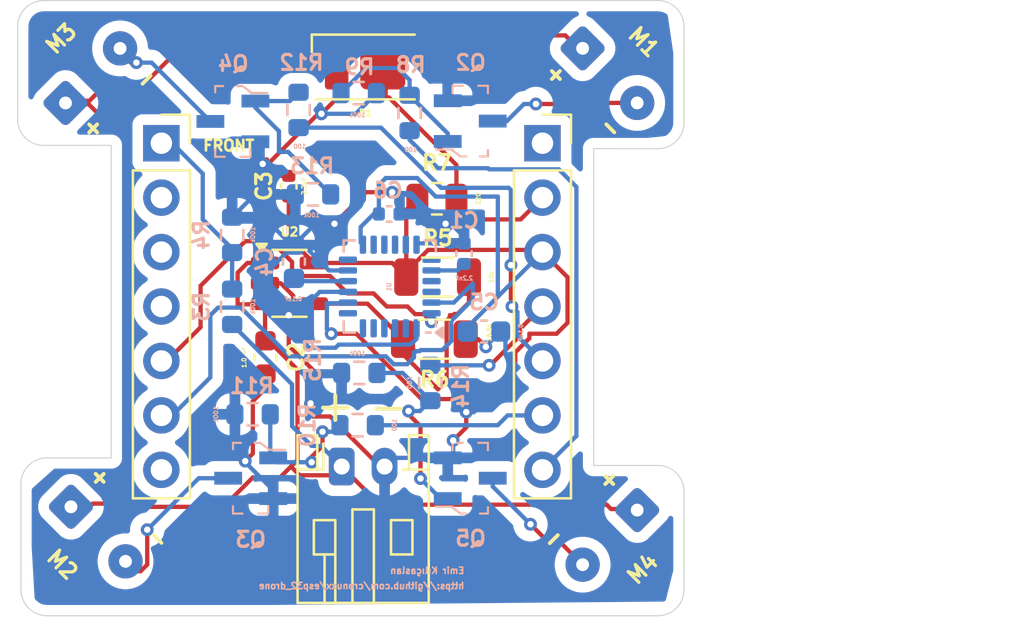
<source format=kicad_pcb>
(kicad_pcb (version 20241229) (generator "pcbnew") (generator_version "9.0")
  (layers (0 "F.Cu" signal) (2 "B.Cu" signal) (13 "F.Paste" user) (15 "B.Paste" user) (5 "F.SilkS" user "F.Silkscreen") (7 "B.SilkS" user "B.Silkscreen") (1 "F.Mask" user) (3 "B.Mask" user) (25 "Edge.Cuts" user))
  (net 0 "")
  (net 1 "Net-(U1-CPOUT)")
  (net 2 "GND")
  (net 3 "/3.7V")
  (net 4 "/3V3")
  (net 5 "Net-(U1-REGOUT)")
  (net 6 "Net-(D1-A)")
  (net 7 "/PWM3")
  (net 8 "/PWM2")
  (net 10 "/PWM1")
  (net 11 "/PWM4")
  (net 12 "/A0")
  (net 15 "/SCL")
  (net 18 "/SDA")
  (net 19 "Net-(M2--)")
  (net 20 "Net-(M3--)")
  (net 21 "Net-(M4--)")
  (net 22 "Net-(Q2-G)")
  (net 23 "Net-(Q3-G)")
  (net 24 "Net-(Q4-G)")
  (net 25 "Net-(Q5-G)")
  (net 26 "Net-(U2-ADJ)")
  (net 41 "Net-(M1--)")
  (footprint "Resistor_SMD:R_1206_3216Metric" (layer "F.Cu") (at 123.7851 83.6168)
    (property "Reference" "R5")
    (property "Value" "10k")
  )
  (footprint "Connector_Wire:SolderWire-0.1sqmm_1x02_P3.6mm_D0.4mm_OD1mm" (layer "F.Cu") (at 106.677208 94.332808 -45)
    (property "Reference" "M2")
    (property "Value" "Motor_DC")
  )
  (footprint "Package_TO_SOT_SMD:SOT-23-5" (layer "F.Cu") (at 116.8709 83.9064)
    (property "Reference" "U2")
    (property "Value" "AP2204K-ADJ")
  )
  (footprint "Connector_Wire:SolderWire-0.1sqmm_1x02_P3.6mm_D0.4mm_OD1mm" (layer "F.Cu") (at 130.550416 72.943216 -45)
    (property "Reference" "M1")
    (property "Value" "Motor_DC")
  )
  (footprint "Resistor_SMD:R_0805_2012Metric" (layer "F.Cu") (at 123.7507 79.9592 180)
    (property "Reference" "R7")
    (property "Value" "220")
  )
  (footprint "Capacitor_SMD:C_0402_1005Metric" (layer "F.Cu") (at 116.84 79.3724 90)
    (property "Reference" "C3")
    (property "Value" "2.2uF")
  )
  (footprint "Resistor_SMD:R_1206_3216Metric" (layer "F.Cu") (at 123.6327 86.5124)
    (property "Reference" "R6")
    (property "Value" "16.5k")
  )
  (footprint "Connector_PinSocket_2.54mm:PinSocket_1x07_P2.54mm_Vertical" (layer "F.Cu") (at 110.8964 77.3684)
    (property "Reference" "J2" (hide yes))
    (property "Value" "Conn_01x07_Socket")
  )
  (footprint "Connector_JST:JST_PH_S2B-PH-K_1x02_P2.00mm_Horizontal" (layer "F.Cu") (at 119.3104 92.456)
    (property "Reference" "J3" (hide yes))
    (property "Value" "B2B-PH-K-S_LF__SN_")
  )
  (footprint "Capacitor_SMD:C_0603_1608Metric" (layer "F.Cu") (at 115.7533 87.3619 -90)
    (property "Reference" "C2")
    (property "Value" "1.0 uF")
  )
  (footprint "Connector_Wire:SolderWire-0.1sqmm_1x02_P3.6mm_D0.4mm_OD1mm" (layer "F.Cu") (at 106.423208 75.491592 45)
    (property "Reference" "M3")
    (property "Value" "Motor_DC")
  )
  (footprint "Connector_Wire:SolderWire-0.1sqmm_1x02_P3.6mm_D0.4mm_OD1mm" (layer "F.Cu") (at 133.096 94.488 -135)
    (property "Reference" "M4")
    (property "Value" "Motor_DC")
  )
  (footprint "Connector_PinSocket_2.54mm:PinSocket_1x07_P2.54mm_Vertical" (layer "F.Cu") (at 128.6764 77.3684)
    (property "Reference" "J1" (hide yes))
    (property "Value" "Conn_01x07_Socket")
  )
  (footprint "LED_SMD:LED_Everlight-SMD3528_3.5x2.8mm_67-21ST" (layer "F.Cu") (at 120.4152 73.8124)
    (property "Reference" "D1")
    (property "Value" "LED")
  )
  (footprint "Resistor_SMD:R_0603_1608Metric" (layer "B.Cu") (at 117.9698 79.756)
    (property "Reference" "R13")
    (property "Value" "100k")
  )
  (footprint "digikey-footprints:SOT-23-3" (layer "B.Cu") (at 114.2324 76.3524 180)
    (property "Reference" "Q4")
    (property "Value" "IRLML2502TRPBF")
  )
  (footprint "Resistor_SMD:R_0603_1608Metric" (layer "B.Cu") (at 115.1514 90.0176)
    (property "Reference" "R11")
    (property "Value" "100k")
  )
  (footprint "Resistor_SMD:R_0603_1608Metric" (layer "B.Cu") (at 120.0526 90.5256 180)
    (property "Reference" "R10")
    (property "Value" "100")
  )
  (footprint "digikey-footprints:SOT-23-3" (layer "B.Cu") (at 125.3068 92.9996)
    (property "Reference" "Q5")
    (property "Value" "IRLML2502TRPBF")
  )
  (footprint "Resistor_SMD:R_0603_1608Metric" (layer "B.Cu") (at 117.2972 75.817 90)
    (property "Reference" "R12")
    (property "Value" "100")
  )
  (footprint "Sensor_Motion:InvenSense_QFN-24_4x4mm_P0.5mm" (layer "B.Cu") (at 121.5504 84.0548 90)
    (property "Reference" "U1")
    (property "Value" "MPU-6050")
  )
  (footprint "Capacitor_SMD:C_0402_1005Metric" (layer "B.Cu") (at 125.0188 82.522 90)
    (property "Reference" "C1")
    (property "Value" "2.2nF")
  )
  (footprint "Capacitor_SMD:C_0603_1608Metric" (layer "B.Cu") (at 117.0824 82.901 90)
    (property "Reference" "C4")
    (property "Value" "0.1uF")
  )
  (footprint "Capacitor_SMD:C_0603_1608Metric" (layer "B.Cu") (at 125.9462 86.1568)
    (property "Reference" "C5")
    (property "Value" "0.1uF")
  )
  (footprint "Resistor_SMD:R_0603_1608Metric" (layer "B.Cu") (at 122.4788 75.9582 90)
    (property "Reference" "R8")
    (property "Value" "100")
  )
  (footprint "Resistor_SMD:R_0603_1608Metric" (layer "B.Cu") (at 114.1984 85.0006 -90)
    (property "Reference" "R3")
    (property "Value" "100k")
  )
  (footprint "Resistor_SMD:R_0603_1608Metric" (layer "B.Cu") (at 120.1298 88.0872)
    (property "Reference" "R15")
    (property "Value" "100k")
  )
  (footprint "Capacitor_SMD:C_0402_1005Metric" (layer "B.Cu") (at 121.5248 80.6704)
    (property "Reference" "C6")
    (property "Value" "10nF")
  )
  (footprint "Resistor_SMD:R_0603_1608Metric" (layer "B.Cu") (at 120.1034 75.0316 180)
    (property "Reference" "R9")
    (property "Value" "100k")
  )
  (footprint "Resistor_SMD:R_0603_1608Metric" (layer "B.Cu") (at 123.444 88.5566 -90)
    (property "Reference" "R14")
    (property "Value" "100")
  )
  (footprint "Resistor_SMD:R_0603_1608Metric" (layer "B.Cu") (at 114.1984 81.6478 -90)
    (property "Reference" "R4")
    (property "Value" "100k")
  )
  (footprint "digikey-footprints:SOT-23-3" (layer "B.Cu") (at 115.0624 92.9996 180)
    (property "Reference" "Q3")
    (property "Value" "IRLML2502TRPBF")
  )
  (footprint "digikey-footprints:SOT-23-3" (layer "B.Cu") (at 125.3068 76.3372)
    (property "Reference" "Q2")
    (property "Value" "IRLML2502TRPBF")
  )
  (gr_line (start 135.281894 76.404695) (end 135.281895 71.9313) (stroke (width 0.05)) (layer "Edge.Cuts"))
  (gr_line (start 134.062695 92.4052) (end 131.064 92.4052) (stroke (width 0.05)) (layer "Edge.Cuts"))
  (gr_line (start 108.5596 92.0496) (end 105.560905 92.0496) (stroke (width 0.05)) (layer "Edge.Cuts"))
  (gr_arc (start 104.189305 71.931305) (mid 104.5464 71.0692) (end 105.408505 70.712105) (stroke (width 0.05)) (layer "Edge.Cuts"))
  (gr_arc (start 104.341705 93.267305) (mid 104.6988 92.4052) (end 105.560905 92.048105) (stroke (width 0.05)) (layer "Edge.Cuts"))
  (gr_line (start 104.1908 71.931305) (end 104.1908 75.5396) (stroke (width 0.05)) (layer "Edge.Cuts"))
  (gr_arc (start 105.5624 99.4156) (mid 104.700295 99.058505) (end 104.3432 98.1964) (stroke (width 0.05)) (layer "Edge.Cuts"))
  (gr_line (start 134.062695 70.712105) (end 105.408505 70.712105) (stroke (width 0.05)) (layer "Edge.Cuts"))
  (gr_arc (start 134.062695 92.403705) (mid 134.9248 92.7608) (end 135.281895 93.622905) (stroke (width 0.05)) (layer "Edge.Cuts"))
  (gr_line (start 131.064 77.6224) (end 134.0627 77.623895) (stroke (width 0.05)) (layer "Edge.Cuts"))
  (gr_line (start 104.3432 93.267305) (end 104.3432 98.1964) (stroke (width 0.05)) (layer "Edge.Cuts"))
  (gr_arc (start 135.281895 98.197895) (mid 134.9248 99.06) (end 134.062695 99.417095) (stroke (width 0.05)) (layer "Edge.Cuts"))
  (gr_line (start 131.064 92.4052) (end 131.064 77.6224) (stroke (width 0.05)) (layer "Edge.Cuts"))
  (gr_line (start 105.5624 99.4156) (end 134.062695 99.4156) (stroke (width 0.05)) (layer "Edge.Cuts"))
  (gr_line (start 105.4085 77.471495) (end 108.5596 77.47) (stroke (width 0.05)) (layer "Edge.Cuts"))
  (gr_arc (start 135.281895 76.404695) (mid 134.9248 77.2668) (end 134.062695 77.623895) (stroke (width 0.05)) (layer "Edge.Cuts"))
  (gr_line (start 104.1908 75.5396) (end 104.189305 76.2523) (stroke (width 0.05)) (layer "Edge.Cuts"))
  (gr_arc (start 134.062695 70.712105) (mid 134.9248 71.0692) (end 135.281895 71.931305) (stroke (width 0.05)) (layer "Edge.Cuts"))
  (gr_arc (start 105.408505 77.471495) (mid 104.5464 77.1144) (end 104.189305 76.252295) (stroke (width 0.05)) (layer "Edge.Cuts"))
  (gr_line (start 135.281895 98.1979) (end 135.281895 93.6229) (stroke (width 0.05)) (layer "Edge.Cuts"))
  (gr_line (start 108.5596 77.47) (end 108.5596 92.0496) (stroke (width 0.05)) (layer "Edge.Cuts"))
  (gr_text "-" (at 120.4468 90.5256 0) (layer "F.SilkS") (effects (font (size 1.5 1.5) (thickness 0.1875)) (justify left bottom)))
  (gr_text "-" (at 110.3376 73.7616 225) (layer "F.SilkS") (effects (font (size 0.7 0.7) (thickness 0.175) (bold yes)) (justify left bottom)))
  (gr_text "-" (at 129.3368 95.1992 225) (layer "F.SilkS") (effects (font (size 0.7 0.7) (thickness 0.175) (bold yes)) (justify left bottom)))
  (gr_text "FRONT" (at 112.776 77.7748 0) (layer "F.SilkS") (effects (font (size 0.5 0.5) (thickness 0.125)) (justify left bottom)))
  (gr_text "+" (at 132.4356 93.218 135) (layer "F.SilkS") (effects (font (size 0.7 0.7) (thickness 0.175) (bold yes)) (justify left bottom)))
  (gr_text "+" (at 108.6612 93.1164 135) (layer "F.SilkS") (effects (font (size 0.7 0.7) (thickness 0.175) (bold yes)) (justify left bottom)))
  (gr_text "-" (at 132.4864 76.8096 135) (layer "F.SilkS") (effects (font (size 0.7 0.7) (thickness 0.175) (bold yes)) (justify left bottom)))
  (gr_text "-" (at 111.3536 95.9612 135) (layer "F.SilkS") (effects (font (size 0.7 0.7) (thickness 0.175) (bold yes)) (justify left bottom)))
  (gr_text "+" (at 129.9464 74.3204 135) (layer "F.SilkS") (effects (font (size 0.7 0.7) (thickness 0.175) (bold yes)) (justify left bottom)))
  (gr_text "+" (at 117.9576 90.4748 0) (layer "F.SilkS") (effects (font (size 1.5 1.5) (thickness 0.1875)) (justify left bottom)))
  (gr_text "+" (at 108.3564 76.8096 135) (layer "F.SilkS") (effects (font (size 0.7 0.7) (thickness 0.175) (bold yes)) (justify left bottom)))
  (gr_text "Emir Kılıçaslan" (at 125.0696 97.4852 0) (layer "B.SilkS") (effects (font (size 0.3 0.3) (thickness 0.075) (bold yes)) (justify left bottom mirror)))
  (gr_text "https://github.com/cronuxx/esp32_drone" (at 125.0696 98.1964 0) (layer "B.SilkS") (effects (font (size 0.3 0.3) (thickness 0.075) (bold yes)) (justify left bottom mirror)))
  (segment (start 125.0188 83.002) (end 124.716 83.3048) (width 0.2) (layer "B.Cu") (net 1))
  (segment (start 124.716 83.3048) (end 123.5004 83.3048) (width 0.2) (layer "B.Cu") (net 1))
  (segment (start 118.2116 75.9968) (end 118.364 75.9968) (width 0.2) (layer "F.Cu") (net 2))
  (segment (start 115.6208 78.232) (end 115.6208 78.1304) (width 0.2) (layer "F.Cu") (net 2))
  (segment (start 115.7533 88.8183) (end 115.1636 89.408) (width 0.2) (layer "F.Cu") (net 2))
  (segment (start 127.6604 80.9244) (end 128.6764 79.9084) (width 0.2) (layer "F.Cu") (net 2))
  (segment (start 124.1552 81.1276) (end 125.5268 81.1276) (width 0.2) (layer "F.Cu") (net 2))
  (segment (start 116.84 78.8924) (end 116.2812 78.8924) (width 0.2) (layer "F.Cu") (net 2))
  (segment (start 118.2116 88.646) (end 118.2116 88.1888) (width 0.2) (layer "F.Cu") (net 2))
  (segment (start 116.2812 78.8924) (end 115.6208 78.232) (width 0.2) (layer "F.Cu") (net 2))
  (segment (start 116.4692 83.9064) (end 117.0432 84.4804) (width 0.2) (layer "F.Cu") (net 2))
  (segment (start 115.7334 83.9064) (end 116.4692 83.9064) (width 0.2) (layer "F.Cu") (net 2))
  (segment (start 117.856 89.0016) (end 118.2116 88.646) (width 0.2) (layer "F.Cu") (net 2))
  (segment (start 115.6208 78.3336) (end 115.8748 78.3336) (width 0.2) (layer "F.Cu") (net 2))
  (segment (start 116.84 86.8172) (end 116.84 85.3948) (width 0.2) (layer "F.Cu") (net 2))
  (segment (start 120.4468 79.6544) (end 118.9736 81.1276) (width 0.2) (layer "F.Cu") (net 2))
  (segment (start 115.1636 89.408) (end 115.1636 91.8464) (width 0.2) (layer "F.Cu") (net 2))
  (segment (start 117.856 89.7128) (end 117.856 89.5096) (width 0.2) (layer "F.Cu") (net 2))
  (segment (start 125.1204 90.6272) (end 124.5108 91.2368) (width 0.2) (layer "F.Cu") (net 2))
  (segment (start 117.0432 85.1916) (end 116.84 85.3948) (width 0.2) (layer "F.Cu") (net 2))
  (segment (start 115.1636 91.8464) (end 114.808 92.202) (width 0.2) (layer "F.Cu") (net 2))
  (segment (start 125.6792 86.5124) (end 125.0952 86.5124) (width 0.2) (layer "F.Cu") (net 2))
  (segment (start 115.8748 78.3336) (end 118.2116 75.9968) (width 0.2) (layer "F.Cu") (net 2))
  (segment (start 117.9576 90.1192) (end 118.7704 90.1192) (width 0.2) (layer "F.Cu") (net 2))
  (segment (start 125.1204 89.916) (end 125.1204 90.6272) (width 0.2) (layer "F.Cu") (net 2))
  (segment (start 115.6208 78.1304) (end 115.824 78.1304) (width 0.2) (layer "F.Cu") (net 2))
  (segment (start 125.73 80.9244) (end 127.6604 80.9244) (width 0.2) (layer "F.Cu") (net 2))
  (segment (start 119.0752 73.8124) (end 119.0752 75.2856) (width 0.2) (layer "F.Cu") (net 2))
  (segment (start 126.0348 86.868) (end 125.6792 86.5124) (width 0.2) (layer "F.Cu") (net 2))
  (segment (start 115.824 78.1304) (end 115.6208 78.3336) (width 0.2) (layer "F.Cu") (net 2))
  (segment (start 119.0752 75.2856) (end 118.364 75.9968) (width 0.2) (layer "F.Cu") (net 2))
  (segment (start 118.2116 88.1888) (end 116.84 86.8172) (width 0.2) (layer "F.Cu") (net 2))
  (segment (start 117.856 90.0176) (end 117.9576 90.1192) (width 0.2) (layer "F.Cu") (net 2))
  (segment (start 118.7704 90.1192) (end 121.1072 92.456) (width 0.2) (layer "F.Cu") (net 2))
  (segment (start 117.0432 84.4804) (end 117.0432 85.1916) (width 0.2) (layer "F.Cu") (net 2))
  (segment (start 117.856 89.5096) (end 117.856 90.0176) (width 0.2) (layer "F.Cu") (net 2))
  (segment (start 125.5268 81.1276) (end 125.73 80.9244) (width 0.2) (layer "F.Cu") (net 2))
  (segment (start 121.666 79.6544) (end 120.4468 79.6544) (width 0.2) (layer "F.Cu") (net 2))
  (segment (start 115.7533 88.1369) (end 115.7533 88.8183) (width 0.2) (layer "F.Cu") (net 2))
  (segment (start 117.856 89.5096) (end 117.856 89.0016) (width 0.2) (layer "F.Cu") (net 2))
  (segment (start 121.1072 92.456) (end 121.3104 92.456) (width 0.2) (layer "F.Cu") (net 2))
  (via (at 121.666 79.6544) (size 0.6) (drill 0.3) (layers "F.Cu" "B.Cu") (net 2))
  (via (at 118.364 75.9968) (size 0.6) (drill 0.3) (layers "F.Cu" "B.Cu") (net 2))
  (via (at 124.1552 81.1276) (size 0.6) (drill 0.3) (layers "F.Cu" "B.Cu") (net 2))
  (via (at 114.808 92.202) (size 0.6) (drill 0.3) (layers "F.Cu" "B.Cu") (net 2))
  (via (at 125.1204 89.916) (size 0.6) (drill 0.3) (layers "F.Cu" "B.Cu") (net 2))
  (via (at 126.0348 86.868) (size 0.6) (drill 0.3) (layers "F.Cu" "B.Cu") (net 2))
  (via (at 117.856 89.5096) (size 0.6) (drill 0.3) (layers "F.Cu" "B.Cu") (net 2))
  (via (at 115.6208 78.3336) (size 0.6) (drill 0.3) (layers "F.Cu" "B.Cu") (net 2))
  (via (at 124.5108 91.2368) (size 0.6) (drill 0.3) (layers "F.Cu" "B.Cu") (net 2))
  (via (at 118.9736 81.1276) (size 0.6) (drill 0.3) (layers "F.Cu" "B.Cu") (net 2))
  (via (at 116.84 85.3948) (size 0.6) (drill 0.3) (layers "F.Cu" "B.Cu") (net 2))
  (segment (start 118.7124 83.3048) (end 117.5336 82.126) (width 0.2) (layer "B.Cu") (net 2))
  (segment (start 126.9492 87.2236) (end 126.9492 86.3848) (width 0.2) (layer "B.Cu") (net 2))
  (segment (start 118.0808 81.1276) (end 117.0824 82.126) (width 0.2) (layer "B.Cu") (net 2))
  (segment (start 122.0048 80.6704) (end 122.0048 79.9932) (width 0.2) (layer "B.Cu") (net 2))
  (segment (start 118.2116 88.0872) (end 118.1608 88.138) (width 0.2) (layer "B.Cu") (net 2))
  (segment (start 125.0188 82.042) (end 125.0188 81.7372) (width 0.2) (layer "B.Cu") (net 2))
  (segment (start 124.5108 91.2368) (end 124.5108 91.7956) (width 0.2) (layer "B.Cu") (net 2))
  (segment (start 125.0188 81.7372) (end 124.4092 81.1276) (width 0.2) (layer "B.Cu") (net 2))
  (segment (start 115.5192 83.5152) (end 116.5352 84.5312) (width 0.2) (layer "B.Cu") (net 2))
  (segment (start 117.5336 82.126) (end 117.0824 82.126) (width 0.2) (layer "B.Cu") (net 2))
  (segment (start 115.2652 79.756) (end 114.1984 80.8228) (width 0.2) (layer "B.Cu") (net 2))
  (segment (start 118.2856 84.3048) (end 117.1956 85.3948) (width 0.2) (layer "B.Cu") (net 2))
  (segment (start 122.8004 86.0048) (end 122.8004 86.4956) (width 0.2) (layer "B.Cu") (net 2))
  (segment (start 114.4016 81.026) (end 114.1984 80.8228) (width 0.2) (layer "B.Cu") (net 2))
  (segment (start 122.0048 79.9932) (end 121.666 79.6544) (width 0.2) (layer "B.Cu") (net 2))
  (segment (start 119.6004 83.3048) (end 118.7124 83.3048) (width 0.2) (layer "B.Cu") (net 2))
  (segment (start 115.6208 78.3336) (end 115.6208 77.6408) (width 0.2) (layer "B.Cu") (net 2))
  (segment (start 122.522715 86.7156) (end 122.471915 86.7664) (width 0.2) (layer "B.Cu") (net 2))
  (segment (start 116.9748 82.126) (end 115.8748 81.026) (width 0.2) (layer "B.Cu") (net 2))
  (segment (start 126.0348 86.8432) (end 126.7212 86.1568) (width 0.2) (layer "B.Cu") (net 2))
  (segment (start 117.1956 85.3948) (end 116.84 85.3948) (width 0.2) (layer "B.Cu") (net 2))
  (segment (start 118.364 75.9968) (end 119.9632 75.9968) (width 0.2) (layer "B.Cu") (net 2))
  (segment (start 124.5108 91.7956) (end 124.2568 92.0496) (width 0.2) (layer "B.Cu") (net 2))
  (segment (start 119.6004 84.3048) (end 118.2856 84.3048) (width 0.2) (layer "B.Cu") (net 2))
  (segment (start 117.0824 82.126) (end 115.998 83.2104) (width 0.2) (layer "B.Cu") (net 2))
  (segment (start 115.5192 83.2104) (end 115.5192 83.5152) (width 0.2) (layer "B.Cu") (net 2))
  (segment (start 119.1702 86.7664) (end 119.0244 86.9122) (width 0.2) (layer "B.Cu") (net 2))
  (segment (start 117.0824 82.126) (end 116.9748 82.126) (width 0.2) (layer "B.Cu") (net 2))
  (segment (start 116.1124 93.5572) (end 116.1124 93.9496) (width 0.2) (layer "B.Cu") (net 2))
  (segment (start 118.9736 81.1276) (end 118.0808 81.1276) (width 0.2) (layer "B.Cu") (net 2))
  (segment (start 121.7168 92.0496) (end 124.2568 92.0496) (width 0.2) (layer "B.Cu") (net 2))
  (segment (start 125.1204 89.916) (end 125.476 89.916) (width 0.2) (layer "B.Cu") (net 2))
  (segment (start 119.0244 86.9122) (end 117.7986 86.9122) (width 0.2) (layer "B.Cu") (net 2))
  (segment (start 122.8632 82.042) (end 122.8004 82.1048) (width 0.2) (layer "B.Cu") (net 2))
  (segment (start 121.3104 92.456) (end 121.7168 92.0496) (width 0.2) (layer "B.Cu") (net 2))
  (segment (start 122.5804 86.7156) (end 122.522715 86.7156) (width 0.2) (layer "B.Cu") (net 2))
  (segment (start 117.1448 79.756) (end 115.2652 79.756) (width 0.2) (layer "B.Cu") (net 2))
  (segment (start 116.5352 84.5312) (end 116.84 84.836) (width 0.2) (layer "B.Cu") (net 2))
  (segment (start 115.6208 77.6408) (end 115.2824 77.3024) (width 0.2) (layer "B.Cu") (net 2))
  (segment (start 126.0348 86.868) (end 126.0348 86.8432) (width 0.2) (layer "B.Cu") (net 2))
  (segment (start 117.7986 86.9122) (end 116.84 85.9536) (width 0.2) (layer "B.Cu") (net 2))
  (segment (start 114.808 92.202) (end 114.808 92.2528) (width 0.2) (layer "B.Cu") (net 2))
  (segment (start 116.84 85.9536) (end 116.84 85.3948) (width 0.2) (layer "B.Cu") (net 2))
  (segment (start 119.3048 88.0872) (end 118.2116 88.0872) (width 0.2) (layer "B.Cu") (net 2))
  (segment (start 122.471915 86.7664) (end 119.1702 86.7664) (width 0.2) (layer "B.Cu") (net 2))
  (segment (start 121.3104 92.4052) (end 121.3104 92.456) (width 0.2) (layer "B.Cu") (net 2))
  (segment (start 124.4092 81.1276) (end 124.1552 81.1276) (width 0.2) (layer "B.Cu") (net 2))
  (segment (start 122.8004 86.4956) (end 122.5804 86.7156) (width 0.2) (layer "B.Cu") (net 2))
  (segment (start 116.84 84.836) (end 116.84 85.3948) (width 0.2) (layer "B.Cu") (net 2))
  (segment (start 126.9492 86.3848) (end 126.7212 86.1568) (width 0.2) (layer "B.Cu") (net 2))
  (segment (start 127.5588 87.8332) (end 126.9492 87.2236) (width 0.2) (layer "B.Cu") (net 2))
  (segment (start 119.9632 75.9968) (end 120.9284 75.0316) (width 0.2) (layer "B.Cu") (net 2))
  (segment (start 115.998 83.2104) (end 115.5192 83.2104) (width 0.2) (layer "B.Cu") (net 2))
  (segment (start 125.0188 82.042) (end 122.8632 82.042) (width 0.2) (layer "B.Cu") (net 2))
  (segment (start 115.8748 81.026) (end 114.4016 81.026) (width 0.2) (layer "B.Cu") (net 2))
  (segment (start 125.476 89.916) (end 127.5588 87.8332) (width 0.2) (layer "B.Cu") (net 2))
  (segment (start 118.1608 88.138) (end 118.2116 88.1888) (width 0.2) (layer "B.Cu") (net 2))
  (segment (start 114.808 92.2528) (end 116.1124 93.5572) (width 0.2) (layer "B.Cu") (net 2))
  (segment (start 112.3696 72.3392) (end 109.8296 74.8792) (width 0.2) (layer "F.Cu") (net 3))
  (segment (start 114.9096 82.9564) (end 114.4524 83.4136) (width 0.2) (layer "F.Cu") (net 3))
  (segment (start 107.589562 94.289638) (end 106.720378 94.289638) (width 0.2) (layer "F.Cu") (net 3))
  (segment (start 114.4524 83.4136) (end 114.4524 84.8868) (width 0.2) (layer "F.Cu") (net 3))
  (segment (start 129.7432 72.3392) (end 112.3696 72.3392) (width 0.2) (layer "F.Cu") (net 3))
  (segment (start 117.2464 92.1512) (end 116.9416 92.456) (width 0.2) (layer "F.Cu") (net 3))
  (segment (start 113.792 94.3356) (end 109.3216 94.3356) (width 0.2) (layer "F.Cu") (net 3))
  (segment (start 115.8985 86.5869) (end 117.2464 87.9348) (width 0.2) (layer "F.Cu") (net 3))
  (segment (start 119.3104 92.456) (end 118.904 92.8624) (width 0.2) (layer "F.Cu") (net 3))
  (segment (start 109.3216 94.3356) (end 109.1692 94.1832) (width 0.2) (layer "F.Cu") (net 3))
  (segment (start 107.5436 75.3872) (end 106.5276 75.3872) (width 0.2) (layer "F.Cu") (net 3))
  (segment (start 133.0452 94.4372) (end 131.8768 94.4372) (width 0.2) (layer "F.Cu") (net 3))
  (segment (start 115.1636 92.964) (end 113.792 94.3356) (width 0.2) (layer "F.Cu") (net 3))
  (segment (start 117.2464 87.9348) (end 117.2464 92.1512) (width 0.2) (layer "F.Cu") (net 3))
  (segment (start 107.498384 75.545184) (end 109.1692 77.216) (width 0.2) (layer "F.Cu") (net 3))
  (segment (start 117.348 92.8624) (end 116.9416 92.456) (width 0.2) (layer "F.Cu") (net 3))
  (segment (start 107.696 94.1832) (end 107.589562 94.289638) (width 0.2) (layer "F.Cu") (net 3))
  (segment (start 130.550416 72.943216) (end 130.347216 72.943216) (width 0.2) (layer "F.Cu") (net 3))
  (segment (start 115.703 84.8868) (end 115.7334 84.8564) (width 0.2) (layer "F.Cu") (net 3))
  (segment (start 115.7533 86.5869) (end 115.8985 86.5869) (width 0.2) (layer "F.Cu") (net 3))
  (segment (start 106.5276 75.3872) (end 106.423208 75.491592) (width 0.2) (layer "F.Cu") (net 3))
  (segment (start 106.720378 94.289638) (end 106.677208 94.332808) (width 0.2) (layer "F.Cu") (net 3))
  (segment (start 115.7334 82.9564) (end 114.9096 82.9564) (width 0.2) (layer "F.Cu") (net 3))
  (segment (start 130.6068 72.9996) (end 130.550416 72.943216) (width 0.2) (layer "F.Cu") (net 3))
  (segment (start 130.347216 72.943216) (end 129.7432 72.3392) (width 0.2) (layer "F.Cu") (net 3))
  (segment (start 106.4768 75.545184) (end 107.498384 75.545184) (width 0.2) (layer "F.Cu") (net 3))
  (segment (start 116.4336 92.964) (end 115.1636 92.964) (width 0.2) (layer "F.Cu") (net 3))
  (segment (start 109.1692 77.216) (end 109.1692 94.1832) (width 0.2) (layer "F.Cu") (net 3))
  (segment (start 106.423208 75.491592) (end 106.4768 75.545184) (width 0.2) (layer "F.Cu") (net 3))
  (segment (start 114.4524 84.8868) (end 115.703 84.8868) (width 0.2) (layer "F.Cu") (net 3))
  (segment (start 115.7334 84.8564) (end 115.7334 86.567) (width 0.2) (layer "F.Cu") (net 3))
  (segment (start 133.096 94.488) (end 133.0452 94.4372) (width 0.2) (layer "F.Cu") (net 3))
  (segment (start 108.0516 74.8792) (end 107.5436 75.3872) (width 0.2) (layer "F.Cu") (net 3))
  (segment (start 115.7334 86.567) (end 115.7533 86.5869) (width 0.2) (layer "F.Cu") (net 3))
  (segment (start 121.0884 94.234) (end 119.3104 92.456) (width 0.2) (layer "F.Cu") (net 3))
  (segment (start 116.9416 92.456) (end 116.4336 92.964) (width 0.2) (layer "F.Cu") (net 3))
  (segment (start 131.6736 94.234) (end 121.0884 94.234) (width 0.2) (layer "F.Cu") (net 3))
  (segment (start 109.1692 94.1832) (end 107.696 94.1832) (width 0.2) (layer "F.Cu") (net 3))
  (segment (start 109.8296 74.8792) (end 108.0516 74.8792) (width 0.2) (layer "F.Cu") (net 3))
  (segment (start 118.904 92.8624) (end 117.348 92.8624) (width 0.2) (layer "F.Cu") (net 3))
  (segment (start 131.8768 94.4372) (end 131.6736 94.234) (width 0.2) (layer "F.Cu") (net 3))
  (segment (start 130.6068 73.152) (end 130.6068 72.9996) (width 0.2) (layer "F.Cu") (net 3))
  (segment (start 116.9924 90.5764) (end 117.9068 91.4908) (width 0.2) (layer "B.Cu") (net 3))
  (segment (start 116.9924 88.6196) (end 116.9924 90.5764) (width 0.2) (layer "B.Cu") (net 3))
  (segment (start 114.1984 85.8256) (end 116.9924 88.6196) (width 0.2) (layer "B.Cu") (net 3))
  (segment (start 117.9068 91.4908) (end 118.3452 91.4908) (width 0.2) (layer "B.Cu") (net 3))
  (segment (start 118.3452 91.4908) (end 119.3104 92.456) (width 0.2) (layer "B.Cu") (net 3))
  (segment (start 118.8212 86.2584) (end 119.9896 86.2584) (width 0.2) (layer "F.Cu") (net 4))
  (segment (start 121.6622 82.9564) (end 122.3226 83.6168) (width 0.2) (layer "F.Cu") (net 4))
  (segment (start 118.0084 82.9564) (end 121.6622 82.9564) (width 0.2) (layer "F.Cu") (net 4))
  (segment (start 122.3226 80.4748) (end 122.8382 79.9592) (width 0.2) (layer "F.Cu") (net 4))
  (segment (start 127.409843 87.125443) (end 128.0668 86.468486) (width 0.2) (layer "F.Cu") (net 4))
  (segment (start 122.3226 83.6168) (end 122.3226 83.3666) (width 0.2) (layer "F.Cu") (net 4))
  (segment (start 129.8448 85.7504) (end 129.8448 83.6168) (width 0.2) (layer "F.Cu") (net 4))
  (segment (start 116.84 79.8524) (end 116.84 81.788) (width 0.2) (layer "F.Cu") (net 4))
  (segment (start 122.3226 83.3666) (end 123.3424 82.3468) (width 0.2) (layer "F.Cu") (net 4))
  (segment (start 129.8448 83.6168) (end 128.6764 82.4484) (width 0.2) (layer "F.Cu") (net 4))
  (segment (start 123.0376 89.3064) (end 125.8824 89.3064) (width 0.2) (layer "F.Cu") (net 4))
  (segment (start 128.0668 86.2584) (end 129.3368 86.2584) (width 0.2) (layer "F.Cu") (net 4))
  (segment (start 128.0668 86.468486) (end 128.0668 86.2584) (width 0.2) (layer "F.Cu") (net 4))
  (segment (start 129.3368 86.2584) (end 129.8448 85.7504) (width 0.2) (layer "F.Cu") (net 4))
  (segment (start 128.5748 82.3468) (end 128.6764 82.4484) (width 0.2) (layer "F.Cu") (net 4))
  (segment (start 119.9896 86.2584) (end 123.0376 89.3064) (width 0.2) (layer "F.Cu") (net 4))
  (segment (start 122.3226 83.6168) (end 122.3226 80.4748) (width 0.2) (layer "F.Cu") (net 4))
  (segment (start 125.8824 89.3064) (end 127.409843 87.778957) (width 0.2) (layer "F.Cu") (net 4))
  (segment (start 123.3424 82.3468) (end 128.5748 82.3468) (width 0.2) (layer "F.Cu") (net 4))
  (segment (start 127.409843 87.778957) (end 127.409843 87.125443) (width 0.2) (layer "F.Cu") (net 4))
  (segment (start 116.84 81.788) (end 118.0084 82.9564) (width 0.2) (layer "F.Cu") (net 4))
  (via (at 118.8212 86.2584) (size 0.6) (drill 0.3) (layers "F.Cu" "B.Cu") (net 4))
  (segment (start 122.8344 78.994) (end 121.3612 78.994) (width 0.2) (layer "B.Cu") (net 4))
  (segment (start 118.618 84.836) (end 118.618 86.0552) (width 0.2) (layer "B.Cu") (net 4))
  (segment (start 120.1928 81.28) (end 120.1928 81.9972) (width 0.2) (layer "B.Cu") (net 4))
  (segment (start 121.0448 79.3104) (end 121.0448 80.6704) (width 0.2) (layer "B.Cu") (net 4))
  (segment (start 121.3612 78.994) (end 121.0448 79.3104) (width 0.2) (layer "B.Cu") (net 4))
  (segment (start 126.5936 84.4804) (end 126.5936 79.8576) (width 0.2) (layer "B.Cu") (net 4))
  (segment (start 120.1928 81.9972) (end 120.3004 82.1048) (width 0.2) (layer "B.Cu") (net 4))
  (segment (start 119.5692 84.836) (end 118.618 84.836) (width 0.2) (layer "B.Cu") (net 4))
  (segment (start 123.698 79.8576) (end 122.8344 78.994) (width 0.2) (layer "B.Cu") (net 4))
  (segment (start 125.1712 85.9536) (end 126.619 84.5058) (width 0.2) (layer "B.Cu") (net 4))
  (segment (start 126.619 84.5058) (end 126.5936 84.4804) (width 0.2) (layer "B.Cu") (net 4))
  (segment (start 121.0448 80.6704) (end 120.8024 80.6704) (width 0.2) (layer "B.Cu") (net 4))
  (segment (start 118.618 86.0552) (end 118.8212 86.2584) (width 0.2) (layer "B.Cu") (net 4))
  (segment (start 120.8024 80.6704) (end 120.1928 81.28) (width 0.2) (layer "B.Cu") (net 4))
  (segment (start 125.1712 86.1568) (end 125.1712 85.9536) (width 0.2) (layer "B.Cu") (net 4))
  (segment (start 119.6004 84.8048) (end 119.5692 84.836) (width 0.2) (layer "B.Cu") (net 4))
  (segment (start 126.5936 79.8576) (end 123.698 79.8576) (width 0.2) (layer "B.Cu") (net 4))
  (segment (start 126.619 84.5058) (end 128.6764 82.4484) (width 0.2) (layer "B.Cu") (net 4))
  (segment (start 119.6004 83.8048) (end 117.2112 83.8048) (width 0.2) (layer "B.Cu") (net 5))
  (segment (start 117.2112 83.8048) (end 117.0824 83.676) (width 0.2) (layer "B.Cu") (net 5))
  (segment (start 124.6632 79.9592) (end 124.6632 78.3844) (width 0.2) (layer "F.Cu") (net 6))
  (segment (start 121.3612 73.9484) (end 121.2252 73.8124) (width 0.2) (layer "F.Cu") (net 6))
  (segment (start 121.5136 75.2348) (end 121.3612 75.2348) (width 0.2) (layer "F.Cu") (net 6))
  (segment (start 124.6632 78.3844) (end 121.5136 75.2348) (width 0.2) (layer "F.Cu") (net 6))
  (segment (start 121.3612 75.2348) (end 121.3612 73.9484) (width 0.2) (layer "F.Cu") (net 6))
  (segment (start 127.2032 83.058) (end 127.2032 84.6328) (width 0.2) (layer "F.Cu") (net 7))
  (segment (start 127.2032 84.6328) (end 127.254 84.6836) (width 0.2) (layer "F.Cu") (net 7))
  (segment (start 127.254 84.6836) (end 127.254 84.9884) (width 0.2) (layer "F.Cu") (net 7))
  (via (at 127.254 84.9884) (size 0.6) (drill 0.3) (layers "F.Cu" "B.Cu") (net 7))
  (via (at 127.2032 83.058) (size 0.6) (drill 0.3) (layers "F.Cu" "B.Cu") (net 7))
  (segment (start 127.1016 79.4512) (end 127.2032 79.5528) (width 0.2) (layer "B.Cu") (net 7))
  (segment (start 127.508 85.2424) (end 127.508 86.36) (width 0.2) (layer "B.Cu") (net 7))
  (segment (start 127.2032 83.2612) (end 127.2032 83.058) (width 0.2) (layer "B.Cu") (net 7))
  (segment (start 127.508 86.36) (end 128.6764 87.5284) (width 0.2) (layer "B.Cu") (net 7))
  (segment (start 127.2032 79.5528) (end 127.2032 83.058) (width 0.2) (layer "B.Cu") (net 7))
  (segment (start 127.254 84.9884) (end 127.508 85.2424) (width 0.2) (layer "B.Cu") (net 7))
  (segment (start 121.1428 76.642) (end 123.952 79.4512) (width 0.2) (layer "B.Cu") (net 7))
  (segment (start 123.952 79.4512) (end 127.1016 79.4512) (width 0.2) (layer "B.Cu") (net 7))
  (segment (start 117.2972 76.642) (end 121.1428 76.642) (width 0.2) (layer "B.Cu") (net 7))
  (segment (start 128.6764 90.0684) (end 127.0508 90.0684) (width 0.2) (layer "B.Cu") (net 8))
  (segment (start 126.5936 90.5256) (end 120.8776 90.5256) (width 0.2) (layer "B.Cu") (net 8))
  (segment (start 127.0508 90.0684) (end 126.5936 90.5256) (width 0.2) (layer "B.Cu") (net 8))
  (segment (start 123.7996 78.5368) (end 122.4788 77.216) (width 0.2) (layer "B.Cu") (net 10))
  (segment (start 128.6764 92.6084) (end 130.2512 91.0336) (width 0.2) (layer "B.Cu") (net 10))
  (segment (start 130.2608 91.0336) (end 130.2608 79.41) (width 0.2) (layer "B.Cu") (net 10))
  (segment (start 126.1364 78.5368) (end 123.7996 78.5368) (width 0.2) (layer "B.Cu") (net 10))
  (segment (start 126.1872 78.5876) (end 126.1364 78.5368) (width 0.2) (layer "B.Cu") (net 10))
  (segment (start 129.4384 78.5876) (end 126.1872 78.5876) (width 0.2) (layer "B.Cu") (net 10))
  (segment (start 130.2608 79.41) (end 129.4384 78.5876) (width 0.2) (layer "B.Cu") (net 10))
  (segment (start 122.4788 77.216) (end 122.4788 76.7832) (width 0.2) (layer "B.Cu") (net 10))
  (segment (start 130.2512 91.0336) (end 130.2608 91.0336) (width 0.2) (layer "B.Cu") (net 10))
  (segment (start 127.6096 86.36) (end 126.238 87.7316) (width 0.2) (layer "F.Cu") (net 11))
  (segment (start 128.6764 84.9884) (end 127.6096 86.0552) (width 0.2) (layer "F.Cu") (net 11))
  (segment (start 127.6096 86.0552) (end 127.6096 86.36) (width 0.2) (layer "F.Cu") (net 11))
  (segment (start 126.238 87.7316) (end 126.1872 87.7316) (width 0.2) (layer "F.Cu") (net 11))
  (via (at 126.1872 87.7316) (size 0.6) (drill 0.3) (layers "F.Cu" "B.Cu") (net 11))
  (segment (start 126.1872 87.7316) (end 123.444 87.7316) (width 0.2) (layer "B.Cu") (net 11))
  (segment (start 114.1984 82.4728) (end 114.1984 82.296) (width 0.2) (layer "B.Cu") (net 12))
  (segment (start 114.1984 84.1756) (end 114.1984 82.4728) (width 0.2) (layer "B.Cu") (net 12))
  (segment (start 111.4044 77.3684) (end 110.8964 77.3684) (width 0.2) (layer "B.Cu") (net 12))
  (segment (start 112.8268 80.9244) (end 112.8268 78.7908) (width 0.2) (layer "B.Cu") (net 12))
  (segment (start 112.8268 78.7908) (end 111.4044 77.3684) (width 0.2) (layer "B.Cu") (net 12))
  (segment (start 114.1984 82.296) (end 112.8268 80.9244) (width 0.2) (layer "B.Cu") (net 12))
  (segment (start 122.936 87.0712) (end 122.9868 87.0204) (width 0.2) (layer "B.Cu") (net 15))
  (segment (start 121.736048 87.6808) (end 122.3642 87.6808) (width 0.2) (layer "B.Cu") (net 15))
  (segment (start 122.7328 87.122) (end 122.7836 87.0712) (width 0.2) (layer "B.Cu") (net 15))
  (segment (start 122.682 87.122) (end 122.7328 87.122) (width 0.2) (layer "B.Cu") (net 15))
  (segment (start 124.542 84.8048) (end 123.5004 84.8048) (width 0.2) (layer "B.Cu") (net 15))
  (segment (start 121.367448 87.3122) (end 121.736048 87.6808) (width 0.2) (layer "B.Cu") (net 15))
  (segment (start 114.6048 85.0392) (end 116.8778 87.3122) (width 0.2) (layer "B.Cu") (net 15))
  (segment (start 116.8778 87.3122) (end 121.367448 87.3122) (width 0.2) (layer "B.Cu") (net 15))
  (segment (start 113.538 85.0392) (end 114.6048 85.0392) (width 0.2) (layer "B.Cu") (net 15))
  (segment (start 124.0028 87.0204) (end 124.4212 86.602) (width 0.2) (layer "B.Cu") (net 15))
  (segment (start 124.4212 85.6622) (end 125.4252 84.6582) (width 0.2) (layer "B.Cu") (net 15))
  (segment (start 125.4252 84.6582) (end 125.4252 83.9216) (width 0.2) (layer "B.Cu") (net 15))
  (segment (start 113.1824 88.2904) (end 113.1824 85.3948) (width 0.2) (layer "B.Cu") (net 15))
  (segment (start 124.4212 86.602) (end 124.4212 85.6622) (width 0.2) (layer "B.Cu") (net 15))
  (segment (start 125.4252 83.9216) (end 124.542 84.8048) (width 0.2) (layer "B.Cu") (net 15))
  (segment (start 122.3642 87.6808) (end 122.682 87.363) (width 0.2) (layer "B.Cu") (net 15))
  (segment (start 122.7836 87.0712) (end 122.936 87.0712) (width 0.2) (layer "B.Cu") (net 15))
  (segment (start 111.4044 90.0684) (end 113.1824 88.2904) (width 0.2) (layer "B.Cu") (net 15))
  (segment (start 122.682 87.363) (end 122.682 87.122) (width 0.2) (layer "B.Cu") (net 15))
  (segment (start 122.9868 87.0204) (end 124.0028 87.0204) (width 0.2) (layer "B.Cu") (net 15))
  (segment (start 110.8964 90.0684) (end 111.4044 90.0684) (width 0.2) (layer "B.Cu") (net 15))
  (segment (start 113.1824 85.3948) (end 113.538 85.0392) (width 0.2) (layer "B.Cu") (net 15))
  (segment (start 116.9924 83.2612) (end 116.9924 82.9056) (width 0.2) (layer "F.Cu") (net 18))
  (segment (start 111.1504 87.5284) (end 110.8964 87.5284) (width 0.2) (layer "F.Cu") (net 18))
  (segment (start 116.0272 81.9404) (end 114.808 81.9404) (width 0.2) (layer "F.Cu") (net 18))
  (segment (start 119.5832 84.3788) (end 118.7704 83.566) (width 0.2) (layer "F.Cu") (net 18))
  (segment (start 123.4948 85.6996) (end 123.1392 85.344) (width 0.2) (layer "F.Cu") (net 18))
  (segment (start 116.9924 82.9056) (end 116.0272 81.9404) (width 0.2) (layer "F.Cu") (net 18))
  (segment (start 123.1392 85.344) (end 122.7328 85.344) (width 0.2) (layer "F.Cu") (net 18))
  (segment (start 121.412 84.9884) (end 120.8024 84.3788) (width 0.2) (layer "F.Cu") (net 18))
  (segment (start 120.8024 84.3788) (end 119.5832 84.3788) (width 0.2) (layer "F.Cu") (net 18))
  (segment (start 122.7328 85.344) (end 122.3772 84.9884) (width 0.2) (layer "F.Cu") (net 18))
  (segment (start 112.7252 85.9536) (end 111.1504 87.5284) (width 0.2) (layer "F.Cu") (net 18))
  (segment (start 112.7252 84.0232) (end 112.7252 85.9536) (width 0.2) (layer "F.Cu") (net 18))
  (segment (start 117.2972 83.566) (end 116.9924 83.2612) (width 0.2) (layer "F.Cu") (net 18))
  (segment (start 122.3772 84.9884) (end 121.412 84.9884) (width 0.2) (layer "F.Cu") (net 18))
  (segment (start 118.7704 83.566) (end 117.2972 83.566) (width 0.2) (layer "F.Cu") (net 18))
  (segment (start 114.808 81.9404) (end 112.7252 84.0232) (width 0.2) (layer "F.Cu") (net 18))
  (via (at 123.4948 85.6996) (size 0.6) (drill 0.3) (layers "F.Cu" "B.Cu") (net 18))
  (segment (start 123.5004 85.3048) (end 123.5004 85.694) (width 0.2) (layer "B.Cu") (net 18))
  (segment (start 123.5004 85.694) (end 123.4948 85.6996) (width 0.2) (layer "B.Cu") (net 18))
  (segment (start 110.236 95.4024) (end 110.236 97.028) (width 0.2) (layer "F.Cu") (net 19))
  (segment (start 109.925616 97.338384) (end 109.631984 97.338384) (width 0.2) (layer "F.Cu") (net 19))
  (segment (start 110.236 97.028) (end 109.925616 97.338384) (width 0.2) (layer "F.Cu") (net 19))
  (via (at 110.236 95.4024) (size 0.6) (drill 0.3) (layers "F.Cu" "B.Cu") (net 19))
  (segment (start 112.6388 92.9996) (end 110.236 95.4024) (width 0.2) (layer "B.Cu") (net 19))
  (segment (start 114.0124 92.9996) (end 112.6388 92.9996) (width 0.2) (layer "B.Cu") (net 19))
  (segment (start 108.968792 73.103992) (end 108.968792 72.946008) (width 0.2) (layer "F.Cu") (net 20))
  (segment (start 109.728 73.6092) (end 109.474 73.6092) (width 0.2) (layer "F.Cu") (net 20))
  (segment (start 109.474 73.6092) (end 108.968792 73.103992) (width 0.2) (layer "F.Cu") (net 20))
  (via (at 109.728 73.6092) (size 0.6) (drill 0.3) (layers "F.Cu" "B.Cu") (net 20))
  (segment (start 113.1824 76.3524) (end 110.4392 73.6092) (width 0.2) (layer "B.Cu") (net 20))
  (segment (start 110.4392 73.6092) (end 109.728 73.6092) (width 0.2) (layer "B.Cu") (net 20))
  (segment (start 128.1176 95.1484) (end 128.833638 95.864438) (width 0.2) (layer "F.Cu") (net 21))
  (segment (start 129.38127 95.864438) (end 130.550416 97.033584) (width 0.2) (layer "F.Cu") (net 21))
  (segment (start 128.833638 95.864438) (end 129.38127 95.864438) (width 0.2) (layer "F.Cu") (net 21))
  (via (at 128.1176 95.1484) (size 0.6) (drill 0.3) (layers "F.Cu" "B.Cu") (net 21))
  (segment (start 126.3568 93.3876) (end 128.1176 95.1484) (width 0.2) (layer "B.Cu") (net 21))
  (segment (start 126.3568 92.9996) (end 126.3568 93.3876) (width 0.2) (layer "B.Cu") (net 21))
  (segment (start 121.92 73.8632) (end 122.4788 74.422) (width 0.2) (layer "B.Cu") (net 22))
  (segment (start 124.2568 77.2872) (end 124.2568 76.9112) (width 0.2) (layer "B.Cu") (net 22))
  (segment (start 120.4468 73.8632) (end 121.92 73.8632) (width 0.2) (layer "B.Cu") (net 22))
  (segment (start 122.4788 74.422) (end 122.4788 75.1332) (width 0.2) (layer "B.Cu") (net 22))
  (segment (start 119.2784 75.0316) (end 120.4468 73.8632) (width 0.2) (layer "B.Cu") (net 22))
  (segment (start 124.2568 76.9112) (end 122.4788 75.1332) (width 0.2) (layer "B.Cu") (net 22))
  (segment (start 117.856 92.202) (end 117.9068 92.2528) (width 0.2) (layer "F.Cu") (net 23))
  (segment (start 118.4148 90.8304) (end 118.4148 91.4908) (width 0.2) (layer "F.Cu") (net 23))
  (segment (start 118.4148 91.4908) (end 117.856 92.0496) (width 0.2) (layer "F.Cu") (net 23))
  (segment (start 117.856 92.0496) (end 117.856 92.202) (width 0.2) (layer "F.Cu") (net 23))
  (via (at 117.9068 92.2528) (size 0.6) (drill 0.3) (layers "F.Cu" "B.Cu") (net 23))
  (via (at 118.4148 90.8304) (size 0.6) (drill 0.3) (layers "F.Cu" "B.Cu") (net 23))
  (segment (start 115.9764 91.9136) (end 116.1124 92.0496) (width 0.2) (layer "B.Cu") (net 23))
  (segment (start 115.9764 90.0176) (end 115.9764 91.9136) (width 0.2) (layer "B.Cu") (net 23))
  (segment (start 119.2276 90.5256) (end 118.9228 90.8304) (width 0.2) (layer "B.Cu") (net 23))
  (segment (start 117.9068 92.2528) (end 116.3156 92.2528) (width 0.2) (layer "B.Cu") (net 23))
  (segment (start 118.9228 90.8304) (end 118.4148 90.8304) (width 0.2) (layer "B.Cu") (net 23))
  (segment (start 116.3156 92.2528) (end 116.1124 92.0496) (width 0.2) (layer "B.Cu") (net 23))
  (segment (start 115.2824 75.7092) (end 116.3828 76.8096) (width 0.2) (layer "B.Cu") (net 24))
  (segment (start 116.8868 75.4024) (end 115.2824 75.4024) (width 0.2) (layer "B.Cu") (net 24))
  (segment (start 117.2972 74.992) (end 116.8868 75.4024) (width 0.2) (layer "B.Cu") (net 24))
  (segment (start 115.2824 75.4024) (end 115.2824 75.7092) (width 0.2) (layer "B.Cu") (net 24))
  (segment (start 116.3828 76.8096) (end 116.3828 77.7748) (width 0.2) (layer "B.Cu") (net 24))
  (segment (start 116.3828 77.7748) (end 116.8136 77.7748) (width 0.2) (layer "B.Cu") (net 24))
  (segment (start 116.8136 77.7748) (end 118.7948 79.756) (width 0.2) (layer "B.Cu") (net 24))
  (segment (start 122.9868 90.5764) (end 122.4788 90.0684) (width 0.2) (layer "F.Cu") (net 25))
  (segment (start 122.428 90.0176) (end 122.428 89.8652) (width 0.2) (layer "F.Cu") (net 25))
  (segment (start 122.4788 90.0684) (end 122.428 90.0176) (width 0.2) (layer "F.Cu") (net 25))
  (segment (start 122.9868 93.0148) (end 122.9868 90.5764) (width 0.2) (layer "F.Cu") (net 25))
  (via (at 122.428 89.8652) (size 0.6) (drill 0.3) (layers "F.Cu" "B.Cu") (net 25))
  (via (at 122.9868 93.0148) (size 0.6) (drill 0.3) (layers "F.Cu" "B.Cu") (net 25))
  (segment (start 123.9216 93.9496) (end 123.0884 93.1164) (width 0.2) (layer "B.Cu") (net 25))
  (segment (start 122.428 89.8652) (end 122.9604 89.8652) (width 0.2) (layer "B.Cu") (net 25))
  (segment (start 124.2568 93.9496) (end 123.9216 93.9496) (width 0.2) (layer "B.Cu") (net 25))
  (segment (start 122.1496 88.0872) (end 123.444 89.3816) (width 0.2) (layer "B.Cu") (net 25))
  (segment (start 123.0884 93.1164) (end 122.9868 93.0148) (width 0.2) (layer "B.Cu") (net 25))
  (segment (start 120.9548 88.0872) (end 122.1496 88.0872) (width 0.2) (layer "B.Cu") (net 25))
  (segment (start 122.9604 89.8652) (end 123.444 89.3816) (width 0.2) (layer "B.Cu") (net 25))
  (segment (start 122.1702 86.5124) (end 122.7182 87.0604) (width 0.2) (layer "F.Cu") (net 26))
  (segment (start 124.5108 85.3948) (end 124.3584 85.3948) (width 0.2) (layer "F.Cu") (net 26))
  (segment (start 125.2476 84.8038) (end 124.714 85.3374) (width 0.2) (layer "F.Cu") (net 26))
  (segment (start 124.206 88.4428) (end 123.7996 88.8492) (width 0.2) (layer "F.Cu") (net 26))
  (segment (start 120.5142 84.8564) (end 122.1702 86.5124) (width 0.2) (layer "F.Cu") (net 26))
  (segment (start 124.5682 85.3374) (end 124.5108 85.3948) (width 0.2) (layer "F.Cu") (net 26))
  (segment (start 118.0084 84.8564) (end 120.5142 84.8564) (width 0.2) (layer "F.Cu") (net 26))
  (segment (start 124.714 85.3374) (end 124.5682 85.3374) (width 0.2) (layer "F.Cu") (net 26))
  (segment (start 124.3584 85.3948) (end 124.3584 85.4964) (width 0.2) (layer "F.Cu") (net 26))
  (segment (start 125.2476 83.6168) (end 125.2476 84.8038) (width 0.2) (layer "F.Cu") (net 26))
  (segment (start 122.1702 87.2198) (end 122.1702 86.5124) (width 0.2) (layer "F.Cu") (net 26))
  (segment (start 123.7996 88.8492) (end 122.1702 87.2198) (width 0.2) (layer "F.Cu") (net 26))
  (segment (start 124.206 85.6488) (end 124.206 88.4428) (width 0.2) (layer "F.Cu") (net 26))
  (segment (start 124.3584 85.4964) (end 124.206 85.6488) (width 0.2) (layer "F.Cu") (net 26))
  (segment (start 131.3688 75.5396) (end 131.4196 75.4888) (width 0.2) (layer "F.Cu") (net 41))
  (segment (start 132.9436 75.4888) (end 133.152384 75.697584) (width 0.2) (layer "F.Cu") (net 41))
  (segment (start 131.4196 75.4888) (end 132.9436 75.4888) (width 0.2) (layer "F.Cu") (net 41))
  (segment (start 128.3716 75.5396) (end 131.3688 75.5396) (width 0.2) (layer "F.Cu") (net 41))
  (via (at 128.3716 75.5396) (size 0.6) (drill 0.3) (layers "F.Cu" "B.Cu") (net 41))
  (segment (start 127.8128 75.5396) (end 128.3716 75.5396) (width 0.2) (layer "B.Cu") (net 41))
  (segment (start 127.0152 76.3372) (end 127.8128 75.5396) (width 0.2) (layer "B.Cu") (net 41))
  (segment (start 126.3568 76.3372) (end 127.0152 76.3372) (width 0.2) (layer "B.Cu") (net 41))
  (zone (net 2) (net_name "GND") (layer "B.Cu") (connect_pads (clearance 0.5)) (min_thickness 0.25) (fill yes (thermal_gap 0.5) (thermal_bridge_width 0.5))
    (polygon (pts (xy 104.5972 71.12) (xy 108.6104 70.866) (xy 134.4676 71.0184) (xy 135.128 75.5396) (xy 134.62 77.0128) (xy 130.7592 77.4192) (xy 130.81 92.8116) (xy 133.604 92.6592) (xy 134.9248 93.2688) (xy 135.1788 95.7072) (xy 134.4168 98.7552) (xy 105.0036 99.0092) (xy 104.6988 93.6244) (xy 106.1212 92.3544) (xy 108.7628 92.3036) (xy 108.8136 77.216) (xy 104.8004 77.0636) (xy 104.2924 75.0316)))
  )
)
</source>
